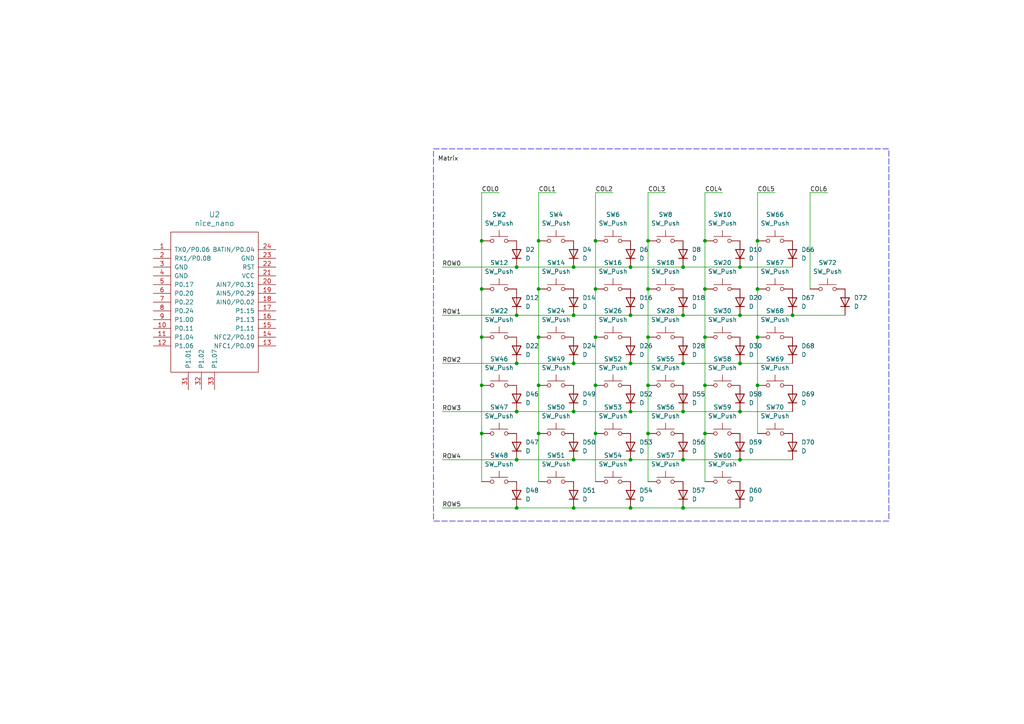
<source format=kicad_sch>
(kicad_sch (version 20250114) (generator "eeschema") (generator_version "9.0")
  (paper "A4")
  (lib_symbols
    (symbol "Device:D" (pin_numbers (hide yes)) (pin_names (offset 1.016) (hide yes))
      (property "Reference" "D" (at 0 2.54 0))
      (property "Value" "D" (at 0 -2.54 0))
      (symbol "D_0_1"
        (polyline (pts (xy -1.27 1.27) (xy -1.27 -1.27)) (stroke (width 0.254)))
        (polyline (pts (xy 1.27 1.27) (xy 1.27 -1.27) (xy -1.27 0) (xy 1.27 1.27)) (stroke (width 0.254)))
        (polyline (pts (xy 1.27 0) (xy -1.27 0)))
      )
      (symbol "D_1_1"
        (pin passive line (at -3.81 0 0) (length 2.54) (name "K") (number "1"))
        (pin passive line (at 3.81 0 180) (length 2.54) (name "A") (number "2"))
      )
    )
    (symbol "Switch:SW_Push" (pin_numbers (hide yes)) (pin_names (offset 1.016) (hide yes))
      (property "Reference" "SW" (at 1.27 2.54 0))
      (property "Value" "SW_Push" (at 0 -1.524 0))
      (symbol "SW_Push_0_1"
        (circle (center -2.032 0) (radius 0.508))
        (polyline (pts (xy 0 1.27) (xy 0 3.048)))
        (circle (center 2.032 0) (radius 0.508))
        (polyline (pts (xy 2.54 1.27) (xy -2.54 1.27)))
        (pin passive line (at -5.08 0 0) (length 2.54) (name "1") (number "1"))
        (pin passive line (at 5.08 0 180) (length 2.54) (name "2") (number "2"))
      )
    )
    (symbol "nice_nano:nice_nano" (pin_names (offset 1.016))
      (property "Reference" "U" (at 0 0 0))
      (property "Value" "nice_nano" (at 0 2.54 0))
      (symbol "nice_nano_0_1"
        (rectangle (start -12.7 -21.59) (end 12.7 19.05))
      )
      (symbol "nice_nano_1_1"
        (pin input line (at -17.78 13.97 0) (length 5.08) (name "TX0/P0.06") (number "1"))
        (pin input line (at -17.78 11.43 0) (length 5.08) (name "RX1/P0.08") (number "2"))
        (pin input line (at -17.78 8.89 0) (length 5.08) (name "GND") (number "3"))
        (pin input line (at -17.78 6.35 0) (length 5.08) (name "GND") (number "4"))
        (pin input line (at -17.78 3.81 0) (length 5.08) (name "P0.17") (number "5"))
        (pin input line (at -17.78 1.27 0) (length 5.08) (name "P0.20") (number "6"))
        (pin input line (at -17.78 -1.27 0) (length 5.08) (name "P0.22") (number "7"))
        (pin input line (at -17.78 -3.81 0) (length 5.08) (name "P0.24") (number "8"))
        (pin input line (at -17.78 -6.35 0) (length 5.08) (name "P1.00") (number "9"))
        (pin input line (at -17.78 -8.89 0) (length 5.08) (name "P0.11") (number "10"))
        (pin input line (at -17.78 -11.43 0) (length 5.08) (name "P1.04") (number "11"))
        (pin input line (at -17.78 -13.97 0) (length 5.08) (name "P1.06") (number "12"))
        (pin input line (at -7.62 -26.67 90) (length 5.08) (name "P1.01") (number "31"))
        (pin input line (at -3.81 -26.67 90) (length 5.08) (name "P1.02") (number "32"))
        (pin input line (at 0 -26.67 90) (length 5.08) (name "P1.07") (number "33"))
        (pin input line (at 17.78 13.97 180) (length 5.08) (name "BATIN/P0.04") (number "24"))
        (pin input line (at 17.78 11.43 180) (length 5.08) (name "GND") (number "23"))
        (pin input line (at 17.78 8.89 180) (length 5.08) (name "RST") (number "22"))
        (pin input line (at 17.78 6.35 180) (length 5.08) (name "VCC") (number "21"))
        (pin input line (at 17.78 3.81 180) (length 5.08) (name "AIN7/P0.31") (number "20"))
        (pin input line (at 17.78 1.27 180) (length 5.08) (name "AIN5/P0.29") (number "19"))
        (pin input line (at 17.78 -1.27 180) (length 5.08) (name "AIN0/P0.02") (number "18"))
        (pin input line (at 17.78 -3.81 180) (length 5.08) (name "P1.15") (number "17"))
        (pin input line (at 17.78 -6.35 180) (length 5.08) (name "P1.13") (number "16"))
        (pin input line (at 17.78 -8.89 180) (length 5.08) (name "P1.11") (number "15"))
        (pin input line (at 17.78 -11.43 180) (length 5.08) (name "NFC2/P0.10") (number "14"))
        (pin input line (at 17.78 -13.97 180) (length 5.08) (name "NFC1/P0.09") (number "13"))
      )
    )
  )
  (rectangle (start 125.73 43.18) (end 257.81 151.13) (stroke (width 0) (type dash)))
  (junction (at 204.47 125.73))
  (junction (at 187.96 111.76))
  (junction (at 166.37 147.32))
  (junction (at 214.63 105.41))
  (junction (at 219.71 83.82))
  (junction (at 166.37 119.38))
  (junction (at 204.47 111.76))
  (junction (at 139.7 83.82))
  (junction (at 156.21 97.79))
  (junction (at 182.88 105.41))
  (junction (at 214.63 133.35))
  (junction (at 219.71 111.76))
  (junction (at 182.88 91.44))
  (junction (at 156.21 125.73))
  (junction (at 149.86 105.41))
  (junction (at 139.7 97.79))
  (junction (at 139.7 125.73))
  (junction (at 214.63 119.38))
  (junction (at 166.37 77.47))
  (junction (at 219.71 69.85))
  (junction (at 139.7 69.85))
  (junction (at 214.63 77.47))
  (junction (at 198.12 105.41))
  (junction (at 149.86 119.38))
  (junction (at 166.37 133.35))
  (junction (at 219.71 97.79))
  (junction (at 156.21 111.76))
  (junction (at 172.72 97.79))
  (junction (at 214.63 91.44))
  (junction (at 187.96 97.79))
  (junction (at 198.12 133.35))
  (junction (at 204.47 83.82))
  (junction (at 139.7 111.76))
  (junction (at 172.72 125.73))
  (junction (at 166.37 91.44))
  (junction (at 172.72 111.76))
  (junction (at 149.86 147.32))
  (junction (at 187.96 125.73))
  (junction (at 149.86 91.44))
  (junction (at 166.37 105.41))
  (junction (at 182.88 147.32))
  (junction (at 187.96 69.85))
  (junction (at 182.88 119.38))
  (junction (at 149.86 133.35))
  (junction (at 198.12 147.32))
  (junction (at 204.47 69.85))
  (junction (at 172.72 83.82))
  (junction (at 149.86 77.47))
  (junction (at 204.47 97.79))
  (junction (at 156.21 69.85))
  (junction (at 198.12 119.38))
  (junction (at 182.88 133.35))
  (junction (at 156.21 83.82))
  (junction (at 172.72 69.85))
  (junction (at 229.87 91.44))
  (junction (at 187.96 83.82))
  (junction (at 198.12 77.47))
  (junction (at 198.12 91.44))
  (junction (at 182.88 77.47))
  (wire (pts (xy 128.27 77.47) (xy 149.86 77.47)))
  (wire (pts (xy 172.72 69.85) (xy 172.72 83.82)))
  (wire (pts (xy 149.86 133.35) (xy 166.37 133.35)))
  (wire (pts (xy 172.72 111.76) (xy 172.72 125.73)))
  (wire (pts (xy 198.12 77.47) (xy 214.63 77.47)))
  (wire (pts (xy 204.47 111.76) (xy 204.47 125.73)))
  (wire (pts (xy 219.71 97.79) (xy 219.71 111.76)))
  (wire (pts (xy 204.47 125.73) (xy 204.47 139.7)))
  (wire (pts (xy 128.27 147.32) (xy 149.86 147.32)))
  (wire (pts (xy 182.88 133.35) (xy 198.12 133.35)))
  (wire (pts (xy 204.47 69.85) (xy 204.47 83.82)))
  (wire (pts (xy 139.7 55.88) (xy 144.78 55.88)))
  (wire (pts (xy 172.72 83.82) (xy 172.72 97.79)))
  (wire (pts (xy 149.86 105.41) (xy 166.37 105.41)))
  (wire (pts (xy 166.37 133.35) (xy 182.88 133.35)))
  (wire (pts (xy 219.71 55.88) (xy 224.79 55.88)))
  (wire (pts (xy 149.86 119.38) (xy 166.37 119.38)))
  (wire (pts (xy 234.95 55.88) (xy 240.03 55.88)))
  (wire (pts (xy 156.21 55.88) (xy 161.29 55.88)))
  (wire (pts (xy 198.12 133.35) (xy 214.63 133.35)))
  (wire (pts (xy 182.88 77.47) (xy 198.12 77.47)))
  (wire (pts (xy 149.86 77.47) (xy 166.37 77.47)))
  (wire (pts (xy 182.88 119.38) (xy 198.12 119.38)))
  (wire (pts (xy 187.96 69.85) (xy 187.96 83.82)))
  (wire (pts (xy 139.7 83.82) (xy 139.7 97.79)))
  (wire (pts (xy 149.86 91.44) (xy 166.37 91.44)))
  (wire (pts (xy 187.96 55.88) (xy 193.04 55.88)))
  (wire (pts (xy 198.12 119.38) (xy 214.63 119.38)))
  (wire (pts (xy 166.37 91.44) (xy 182.88 91.44)))
  (wire (pts (xy 166.37 105.41) (xy 182.88 105.41)))
  (wire (pts (xy 187.96 83.82) (xy 187.96 97.79)))
  (wire (pts (xy 214.63 77.47) (xy 229.87 77.47)))
  (wire (pts (xy 219.71 55.88) (xy 219.71 69.85)))
  (wire (pts (xy 172.72 55.88) (xy 172.72 69.85)))
  (wire (pts (xy 204.47 97.79) (xy 204.47 111.76)))
  (wire (pts (xy 198.12 105.41) (xy 214.63 105.41)))
  (wire (pts (xy 139.7 97.79) (xy 139.7 111.76)))
  (wire (pts (xy 214.63 91.44) (xy 229.87 91.44)))
  (wire (pts (xy 139.7 111.76) (xy 139.7 125.73)))
  (wire (pts (xy 156.21 97.79) (xy 156.21 111.76)))
  (wire (pts (xy 156.21 111.76) (xy 156.21 125.73)))
  (wire (pts (xy 214.63 105.41) (xy 229.87 105.41)))
  (wire (pts (xy 204.47 55.88) (xy 209.55 55.88)))
  (wire (pts (xy 229.87 91.44) (xy 245.11 91.44)))
  (wire (pts (xy 187.96 111.76) (xy 187.96 125.73)))
  (wire (pts (xy 172.72 125.73) (xy 172.72 139.7)))
  (wire (pts (xy 166.37 147.32) (xy 182.88 147.32)))
  (wire (pts (xy 149.86 147.32) (xy 166.37 147.32)))
  (wire (pts (xy 182.88 147.32) (xy 198.12 147.32)))
  (wire (pts (xy 187.96 97.79) (xy 187.96 111.76)))
  (wire (pts (xy 139.7 69.85) (xy 139.7 83.82)))
  (wire (pts (xy 187.96 125.73) (xy 187.96 139.7)))
  (wire (pts (xy 172.72 55.88) (xy 177.8 55.88)))
  (wire (pts (xy 128.27 105.41) (xy 149.86 105.41)))
  (wire (pts (xy 128.27 91.44) (xy 149.86 91.44)))
  (wire (pts (xy 156.21 83.82) (xy 156.21 97.79)))
  (wire (pts (xy 166.37 77.47) (xy 182.88 77.47)))
  (wire (pts (xy 219.71 83.82) (xy 219.71 97.79)))
  (wire (pts (xy 234.95 55.88) (xy 234.95 83.82)))
  (wire (pts (xy 156.21 55.88) (xy 156.21 69.85)))
  (wire (pts (xy 139.7 55.88) (xy 139.7 69.85)))
  (wire (pts (xy 156.21 69.85) (xy 156.21 83.82)))
  (wire (pts (xy 128.27 133.35) (xy 149.86 133.35)))
  (wire (pts (xy 214.63 133.35) (xy 229.87 133.35)))
  (wire (pts (xy 172.72 97.79) (xy 172.72 111.76)))
  (wire (pts (xy 204.47 83.82) (xy 204.47 97.79)))
  (wire (pts (xy 182.88 105.41) (xy 198.12 105.41)))
  (wire (pts (xy 128.27 119.38) (xy 149.86 119.38)))
  (wire (pts (xy 187.96 55.88) (xy 187.96 69.85)))
  (wire (pts (xy 139.7 125.73) (xy 139.7 139.7)))
  (wire (pts (xy 204.47 55.88) (xy 204.47 69.85)))
  (wire (pts (xy 198.12 91.44) (xy 214.63 91.44)))
  (wire (pts (xy 214.63 119.38) (xy 229.87 119.38)))
  (wire (pts (xy 219.71 69.85) (xy 219.71 83.82)))
  (wire (pts (xy 166.37 119.38) (xy 182.88 119.38)))
  (wire (pts (xy 219.71 111.76) (xy 219.71 125.73)))
  (wire (pts (xy 156.21 125.73) (xy 156.21 139.7)))
  (wire (pts (xy 198.12 147.32) (xy 214.63 147.32)))
  (wire (pts (xy 182.88 91.44) (xy 198.12 91.44)))
  (label "COL4" (at 204.47 55.88 0))
  (label "ROW1" (at 128.27 91.44 0))
  (label "COL1" (at 156.21 55.88 0))
  (label "COL0" (at 139.7 55.88 0))
  (label "ROW4" (at 128.27 133.35 0))
  (label "ROW0" (at 128.27 77.47 0))
  (label "Matrix" (at 127 46.99 0))
  (label "ROW2" (at 128.27 105.41 0))
  (label "COL3" (at 187.96 55.88 0))
  (label "COL6" (at 234.95 55.88 0))
  (label "ROW3" (at 128.27 119.38 0))
  (label "COL2" (at 172.72 55.88 0))
  (label "ROW5" (at 128.27 147.32 0))
  (label "COL5" (at 219.71 55.88 0))
  (symbol (lib_id "Switch:SW_Push") (at 224.79 83.82 0) (unit 1)
    (property "Reference" "SW62" (at 224.79 76.2 0))
    (property "Value" "SW_Push" (at 224.79 78.74 0))
    (property "Description" "Push button switch, generic, two pins" (effects (hide yes)))
    (instances (project "SplitKeyboard" (path "" (reference "SW67") (unit 1)) (path "" (reference "SW62") (unit 1))))
  )
  (symbol (lib_id "Switch:SW_Push") (at 209.55 111.76 0) (unit 1)
    (property "Reference" "SW43" (at 209.55 104.14 0))
    (property "Value" "SW_Push" (at 209.55 106.68 0))
    (property "Description" "Push button switch, generic, two pins" (effects (hide yes)))
    (instances (project "SplitKeyboard" (path "" (reference "SW58") (unit 1)) (path "" (reference "SW43") (unit 1))))
  )
  (symbol (lib_id "Switch:SW_Push") (at 224.79 111.76 0) (unit 1)
    (property "Reference" "SW64" (at 224.79 104.14 0))
    (property "Value" "SW_Push" (at 224.79 106.68 0))
    (property "Description" "Push button switch, generic, two pins" (effects (hide yes)))
    (instances (project "SplitKeyboard" (path "" (reference "SW69") (unit 1)) (path "" (reference "SW64") (unit 1))))
  )
  (symbol (lib_id "Device:D") (at 149.86 143.51 90) (unit 1)
    (property "Reference" "D33" (at 152.4 142.2399 90) (effects (justify right)))
    (property "Value" "D" (at 152.4 144.7799 90) (effects (justify right)))
    (property "Description" "Diode" (effects (hide yes)))
    (property "Sim.Device" "D" (effects (hide yes)))
    (property "Sim.Pins" "1=K 2=A" (effects (hide yes)))
    (instances (project "SplitKeyboard" (path "" (reference "D48") (unit 1)) (path "" (reference "D33") (unit 1))))
  )
  (symbol (lib_id "Device:D") (at 166.37 101.6 90) (unit 1)
    (property "Reference" "D23" (at 168.91 100.3299 90) (effects (justify right)))
    (property "Value" "D" (at 168.91 102.8699 90) (effects (justify right)))
    (property "Description" "Diode" (effects (hide yes)))
    (property "Sim.Device" "D" (effects (hide yes)))
    (property "Sim.Pins" "1=K 2=A" (effects (hide yes)))
    (instances (project "SplitKeyboard" (path "" (reference "D24") (unit 1)) (path "" (reference "D23") (unit 1))))
  )
  (symbol (lib_id "Switch:SW_Push") (at 144.78 139.7 0) (unit 1)
    (property "Reference" "SW33" (at 144.78 132.08 0))
    (property "Value" "SW_Push" (at 144.78 134.62 0))
    (property "Description" "Push button switch, generic, two pins" (effects (hide yes)))
    (instances (project "SplitKeyboard" (path "" (reference "SW48") (unit 1)) (path "" (reference "SW33") (unit 1))))
  )
  (symbol (lib_id "Switch:SW_Push") (at 144.78 83.82 0) (unit 1)
    (property "Reference" "SW11" (at 144.78 76.2 0))
    (property "Value" "SW_Push" (at 144.78 78.74 0))
    (property "Description" "Push button switch, generic, two pins" (effects (hide yes)))
    (instances (project "SplitKeyboard" (path "" (reference "SW12") (unit 1)) (path "" (reference "SW11") (unit 1))))
  )
  (symbol (lib_id "Device:D") (at 182.88 129.54 90) (unit 1)
    (property "Reference" "D38" (at 185.42 128.2699 90) (effects (justify right)))
    (property "Value" "D" (at 185.42 130.8099 90) (effects (justify right)))
    (property "Description" "Diode" (effects (hide yes)))
    (property "Sim.Device" "D" (effects (hide yes)))
    (property "Sim.Pins" "1=K 2=A" (effects (hide yes)))
    (instances (project "SplitKeyboard" (path "" (reference "D53") (unit 1)) (path "" (reference "D38") (unit 1))))
  )
  (symbol (lib_id "Device:D") (at 149.86 115.57 90) (unit 1)
    (property "Reference" "D31" (at 152.4 114.2999 90) (effects (justify right)))
    (property "Value" "D" (at 152.4 116.8399 90) (effects (justify right)))
    (property "Description" "Diode" (effects (hide yes)))
    (property "Sim.Device" "D" (effects (hide yes)))
    (property "Sim.Pins" "1=K 2=A" (effects (hide yes)))
    (instances (project "SplitKeyboard" (path "" (reference "D46") (unit 1)) (path "" (reference "D31") (unit 1))))
  )
  (symbol (lib_id "Device:D") (at 182.88 143.51 90) (unit 1)
    (property "Reference" "D39" (at 185.42 142.2399 90) (effects (justify right)))
    (property "Value" "D" (at 185.42 144.7799 90) (effects (justify right)))
    (property "Description" "Diode" (effects (hide yes)))
    (property "Sim.Device" "D" (effects (hide yes)))
    (property "Sim.Pins" "1=K 2=A" (effects (hide yes)))
    (instances (project "SplitKeyboard" (path "" (reference "D54") (unit 1)) (path "" (reference "D39") (unit 1))))
  )
  (symbol (lib_id "Device:D") (at 198.12 73.66 90) (unit 1)
    (property "Reference" "D7" (at 200.66 72.3899 90) (effects (justify right)))
    (property "Value" "D" (at 200.66 74.9299 90) (effects (justify right)))
    (property "Description" "Diode" (effects (hide yes)))
    (property "Sim.Device" "D" (effects (hide yes)))
    (property "Sim.Pins" "1=K 2=A" (effects (hide yes)))
    (instances (project "SplitKeyboard" (path "" (reference "D8") (unit 1)) (path "" (reference "D7") (unit 1))))
  )
  (symbol (lib_id "Device:D") (at 198.12 129.54 90) (unit 1)
    (property "Reference" "D41" (at 200.66 128.2699 90) (effects (justify right)))
    (property "Value" "D" (at 200.66 130.8099 90) (effects (justify right)))
    (property "Description" "Diode" (effects (hide yes)))
    (property "Sim.Device" "D" (effects (hide yes)))
    (property "Sim.Pins" "1=K 2=A" (effects (hide yes)))
    (instances (project "SplitKeyboard" (path "" (reference "D56") (unit 1)) (path "" (reference "D41") (unit 1))))
  )
  (symbol (lib_id "Switch:SW_Push") (at 144.78 97.79 0) (unit 1)
    (property "Reference" "SW21" (at 144.78 90.17 0))
    (property "Value" "SW_Push" (at 144.78 92.71 0))
    (property "Description" "Push button switch, generic, two pins" (effects (hide yes)))
    (instances (project "SplitKeyboard" (path "" (reference "SW22") (unit 1)) (path "" (reference "SW21") (unit 1))))
  )
  (symbol (lib_id "Device:D") (at 198.12 101.6 90) (unit 1)
    (property "Reference" "D27" (at 200.66 100.3299 90) (effects (justify right)))
    (property "Value" "D" (at 200.66 102.8699 90) (effects (justify right)))
    (property "Description" "Diode" (effects (hide yes)))
    (property "Sim.Device" "D" (effects (hide yes)))
    (property "Sim.Pins" "1=K 2=A" (effects (hide yes)))
    (instances (project "SplitKeyboard" (path "" (reference "D28") (unit 1)) (path "" (reference "D27") (unit 1))))
  )
  (symbol (lib_id "Switch:SW_Push") (at 144.78 69.85 0) (unit 1)
    (property "Reference" "SW1" (at 144.78 62.23 0))
    (property "Value" "SW_Push" (at 144.78 64.77 0))
    (property "Description" "Push button switch, generic, two pins" (effects (hide yes)))
    (instances (project "" (path "" (reference "SW2") (unit 1)) (path "" (reference "SW1") (unit 1))))
  )
  (symbol (lib_id "Device:D") (at 229.87 129.54 90) (unit 1)
    (property "Reference" "D65" (at 232.41 128.2699 90) (effects (justify right)))
    (property "Value" "D" (at 232.41 130.8099 90) (effects (justify right)))
    (property "Description" "Diode" (effects (hide yes)))
    (property "Sim.Device" "D" (effects (hide yes)))
    (property "Sim.Pins" "1=K 2=A" (effects (hide yes)))
    (instances (project "SplitKeyboard" (path "" (reference "D70") (unit 1)) (path "" (reference "D65") (unit 1))))
  )
  (symbol (lib_id "Device:D") (at 166.37 115.57 90) (unit 1)
    (property "Reference" "D34" (at 168.91 114.2999 90) (effects (justify right)))
    (property "Value" "D" (at 168.91 116.8399 90) (effects (justify right)))
    (property "Description" "Diode" (effects (hide yes)))
    (property "Sim.Device" "D" (effects (hide yes)))
    (property "Sim.Pins" "1=K 2=A" (effects (hide yes)))
    (instances (project "SplitKeyboard" (path "" (reference "D49") (unit 1)) (path "" (reference "D34") (unit 1))))
  )
  (symbol (lib_id "Device:D") (at 214.63 115.57 90) (unit 1)
    (property "Reference" "D43" (at 217.17 114.2999 90) (effects (justify right)))
    (property "Value" "D" (at 217.17 116.8399 90) (effects (justify right)))
    (property "Description" "Diode" (effects (hide yes)))
    (property "Sim.Device" "D" (effects (hide yes)))
    (property "Sim.Pins" "1=K 2=A" (effects (hide yes)))
    (instances (project "SplitKeyboard" (path "" (reference "D58") (unit 1)) (path "" (reference "D43") (unit 1))))
  )
  (symbol (lib_id "Device:D") (at 149.86 87.63 90) (unit 1)
    (property "Reference" "D11" (at 152.4 86.3599 90) (effects (justify right)))
    (property "Value" "D" (at 152.4 88.8999 90) (effects (justify right)))
    (property "Description" "Diode" (effects (hide yes)))
    (property "Sim.Device" "D" (effects (hide yes)))
    (property "Sim.Pins" "1=K 2=A" (effects (hide yes)))
    (instances (project "SplitKeyboard" (path "" (reference "D12") (unit 1)) (path "" (reference "D11") (unit 1))))
  )
  (symbol (lib_id "Device:D") (at 214.63 143.51 90) (unit 1)
    (property "Reference" "D45" (at 217.17 142.2399 90) (effects (justify right)))
    (property "Value" "D" (at 217.17 144.7799 90) (effects (justify right)))
    (property "Description" "Diode" (effects (hide yes)))
    (property "Sim.Device" "D" (effects (hide yes)))
    (property "Sim.Pins" "1=K 2=A" (effects (hide yes)))
    (instances (project "SplitKeyboard" (path "" (reference "D60") (unit 1)) (path "" (reference "D45") (unit 1))))
  )
  (symbol (lib_id "Switch:SW_Push") (at 177.8 125.73 0) (unit 1)
    (property "Reference" "SW38" (at 177.8 118.11 0))
    (property "Value" "SW_Push" (at 177.8 120.65 0))
    (property "Description" "Push button switch, generic, two pins" (effects (hide yes)))
    (instances (project "SplitKeyboard" (path "" (reference "SW53") (unit 1)) (path "" (reference "SW38") (unit 1))))
  )
  (symbol (lib_id "Device:D") (at 229.87 87.63 90) (unit 1)
    (property "Reference" "D62" (at 232.41 86.3599 90) (effects (justify right)))
    (property "Value" "D" (at 232.41 88.8999 90) (effects (justify right)))
    (property "Description" "Diode" (effects (hide yes)))
    (property "Sim.Device" "D" (effects (hide yes)))
    (property "Sim.Pins" "1=K 2=A" (effects (hide yes)))
    (instances (project "SplitKeyboard" (path "" (reference "D67") (unit 1)) (path "" (reference "D62") (unit 1))))
  )
  (symbol (lib_id "Switch:SW_Push") (at 161.29 139.7 0) (unit 1)
    (property "Reference" "SW36" (at 161.29 132.08 0))
    (property "Value" "SW_Push" (at 161.29 134.62 0))
    (property "Description" "Push button switch, generic, two pins" (effects (hide yes)))
    (instances (project "SplitKeyboard" (path "" (reference "SW51") (unit 1)) (path "" (reference "SW36") (unit 1))))
  )
  (symbol (lib_id "Switch:SW_Push") (at 177.8 97.79 0) (unit 1)
    (property "Reference" "SW25" (at 177.8 90.17 0))
    (property "Value" "SW_Push" (at 177.8 92.71 0))
    (property "Description" "Push button switch, generic, two pins" (effects (hide yes)))
    (instances (project "SplitKeyboard" (path "" (reference "SW26") (unit 1)) (path "" (reference "SW25") (unit 1))))
  )
  (symbol (lib_id "Device:D") (at 198.12 143.51 90) (unit 1)
    (property "Reference" "D42" (at 200.66 142.2399 90) (effects (justify right)))
    (property "Value" "D" (at 200.66 144.7799 90) (effects (justify right)))
    (property "Description" "Diode" (effects (hide yes)))
    (property "Sim.Device" "D" (effects (hide yes)))
    (property "Sim.Pins" "1=K 2=A" (effects (hide yes)))
    (instances (project "SplitKeyboard" (path "" (reference "D57") (unit 1)) (path "" (reference "D42") (unit 1))))
  )
  (symbol (lib_id "Device:D") (at 166.37 129.54 90) (unit 1)
    (property "Reference" "D35" (at 168.91 128.2699 90) (effects (justify right)))
    (property "Value" "D" (at 168.91 130.8099 90) (effects (justify right)))
    (property "Description" "Diode" (effects (hide yes)))
    (property "Sim.Device" "D" (effects (hide yes)))
    (property "Sim.Pins" "1=K 2=A" (effects (hide yes)))
    (instances (project "SplitKeyboard" (path "" (reference "D50") (unit 1)) (path "" (reference "D35") (unit 1))))
  )
  (symbol (lib_id "Device:D") (at 182.88 115.57 90) (unit 1)
    (property "Reference" "D37" (at 185.42 114.2999 90) (effects (justify right)))
    (property "Value" "D" (at 185.42 116.8399 90) (effects (justify right)))
    (property "Description" "Diode" (effects (hide yes)))
    (property "Sim.Device" "D" (effects (hide yes)))
    (property "Sim.Pins" "1=K 2=A" (effects (hide yes)))
    (instances (project "SplitKeyboard" (path "" (reference "D52") (unit 1)) (path "" (reference "D37") (unit 1))))
  )
  (symbol (lib_id "Switch:SW_Push") (at 177.8 83.82 0) (unit 1)
    (property "Reference" "SW15" (at 177.8 76.2 0))
    (property "Value" "SW_Push" (at 177.8 78.74 0))
    (property "Description" "Push button switch, generic, two pins" (effects (hide yes)))
    (instances (project "SplitKeyboard" (path "" (reference "SW16") (unit 1)) (path "" (reference "SW15") (unit 1))))
  )
  (symbol (lib_id "Switch:SW_Push") (at 240.03 83.82 0) (unit 1)
    (property "Reference" "SW71" (at 240.03 76.2 0))
    (property "Value" "SW_Push" (at 240.03 78.74 0))
    (property "Description" "Push button switch, generic, two pins" (effects (hide yes)))
    (instances (project "SplitKeyboard" (path "" (reference "SW72") (unit 1)) (path "" (reference "SW71") (unit 1))))
  )
  (symbol (lib_id "Device:D") (at 198.12 87.63 90) (unit 1)
    (property "Reference" "D17" (at 200.66 86.3599 90) (effects (justify right)))
    (property "Value" "D" (at 200.66 88.8999 90) (effects (justify right)))
    (property "Description" "Diode" (effects (hide yes)))
    (property "Sim.Device" "D" (effects (hide yes)))
    (property "Sim.Pins" "1=K 2=A" (effects (hide yes)))
    (instances (project "SplitKeyboard" (path "" (reference "D18") (unit 1)) (path "" (reference "D17") (unit 1))))
  )
  (symbol (lib_id "Switch:SW_Push") (at 161.29 83.82 0) (unit 1)
    (property "Reference" "SW13" (at 161.29 76.2 0))
    (property "Value" "SW_Push" (at 161.29 78.74 0))
    (property "Description" "Push button switch, generic, two pins" (effects (hide yes)))
    (instances (project "SplitKeyboard" (path "" (reference "SW14") (unit 1)) (path "" (reference "SW13") (unit 1))))
  )
  (symbol (lib_id "Switch:SW_Push") (at 177.8 111.76 0) (unit 1)
    (property "Reference" "SW37" (at 177.8 104.14 0))
    (property "Value" "SW_Push" (at 177.8 106.68 0))
    (property "Description" "Push button switch, generic, two pins" (effects (hide yes)))
    (instances (project "SplitKeyboard" (path "" (reference "SW52") (unit 1)) (path "" (reference "SW37") (unit 1))))
  )
  (symbol (lib_id "Switch:SW_Push") (at 193.04 125.73 0) (unit 1)
    (property "Reference" "SW41" (at 193.04 118.11 0))
    (property "Value" "SW_Push" (at 193.04 120.65 0))
    (property "Description" "Push button switch, generic, two pins" (effects (hide yes)))
    (instances (project "SplitKeyboard" (path "" (reference "SW56") (unit 1)) (path "" (reference "SW41") (unit 1))))
  )
  (symbol (lib_id "Device:D") (at 149.86 129.54 90) (unit 1)
    (property "Reference" "D32" (at 152.4 128.2699 90) (effects (justify right)))
    (property "Value" "D" (at 152.4 130.8099 90) (effects (justify right)))
    (property "Description" "Diode" (effects (hide yes)))
    (property "Sim.Device" "D" (effects (hide yes)))
    (property "Sim.Pins" "1=K 2=A" (effects (hide yes)))
    (instances (project "SplitKeyboard" (path "" (reference "D47") (unit 1)) (path "" (reference "D32") (unit 1))))
  )
  (symbol (lib_id "Device:D") (at 166.37 87.63 90) (unit 1)
    (property "Reference" "D13" (at 168.91 86.3599 90) (effects (justify right)))
    (property "Value" "D" (at 168.91 88.8999 90) (effects (justify right)))
    (property "Description" "Diode" (effects (hide yes)))
    (property "Sim.Device" "D" (effects (hide yes)))
    (property "Sim.Pins" "1=K 2=A" (effects (hide yes)))
    (instances (project "SplitKeyboard" (path "" (reference "D14") (unit 1)) (path "" (reference "D13") (unit 1))))
  )
  (symbol (lib_id "Switch:SW_Push") (at 224.79 97.79 0) (unit 1)
    (property "Reference" "SW63" (at 224.79 90.17 0))
    (property "Value" "SW_Push" (at 224.79 92.71 0))
    (property "Description" "Push button switch, generic, two pins" (effects (hide yes)))
    (instances (project "SplitKeyboard" (path "" (reference "SW68") (unit 1)) (path "" (reference "SW63") (unit 1))))
  )
  (symbol (lib_id "Switch:SW_Push") (at 161.29 69.85 0) (unit 1)
    (property "Reference" "SW3" (at 161.29 62.23 0))
    (property "Value" "SW_Push" (at 161.29 64.77 0))
    (property "Description" "Push button switch, generic, two pins" (effects (hide yes)))
    (instances (project "SplitKeyboard" (path "" (reference "SW4") (unit 1)) (path "" (reference "SW3") (unit 1))))
  )
  (symbol (lib_id "Switch:SW_Push") (at 177.8 139.7 0) (unit 1)
    (property "Reference" "SW39" (at 177.8 132.08 0))
    (property "Value" "SW_Push" (at 177.8 134.62 0))
    (property "Description" "Push button switch, generic, two pins" (effects (hide yes)))
    (instances (project "SplitKeyboard" (path "" (reference "SW54") (unit 1)) (path "" (reference "SW39") (unit 1))))
  )
  (symbol (lib_id "Device:D") (at 166.37 143.51 90) (unit 1)
    (property "Reference" "D36" (at 168.91 142.2399 90) (effects (justify right)))
    (property "Value" "D" (at 168.91 144.7799 90) (effects (justify right)))
    (property "Description" "Diode" (effects (hide yes)))
    (property "Sim.Device" "D" (effects (hide yes)))
    (property "Sim.Pins" "1=K 2=A" (effects (hide yes)))
    (instances (project "SplitKeyboard" (path "" (reference "D51") (unit 1)) (path "" (reference "D36") (unit 1))))
  )
  (symbol (lib_id "Switch:SW_Push") (at 209.55 139.7 0) (unit 1)
    (property "Reference" "SW45" (at 209.55 132.08 0))
    (property "Value" "SW_Push" (at 209.55 134.62 0))
    (property "Description" "Push button switch, generic, two pins" (effects (hide yes)))
    (instances (project "SplitKeyboard" (path "" (reference "SW60") (unit 1)) (path "" (reference "SW45") (unit 1))))
  )
  (symbol (lib_id "Device:D") (at 214.63 129.54 90) (unit 1)
    (property "Reference" "D44" (at 217.17 128.2699 90) (effects (justify right)))
    (property "Value" "D" (at 217.17 130.8099 90) (effects (justify right)))
    (property "Description" "Diode" (effects (hide yes)))
    (property "Sim.Device" "D" (effects (hide yes)))
    (property "Sim.Pins" "1=K 2=A" (effects (hide yes)))
    (instances (project "SplitKeyboard" (path "" (reference "D59") (unit 1)) (path "" (reference "D44") (unit 1))))
  )
  (symbol (lib_id "Switch:SW_Push") (at 224.79 69.85 0) (unit 1)
    (property "Reference" "SW61" (at 224.79 62.23 0))
    (property "Value" "SW_Push" (at 224.79 64.77 0))
    (property "Description" "Push button switch, generic, two pins" (effects (hide yes)))
    (instances (project "SplitKeyboard" (path "" (reference "SW66") (unit 1)) (path "" (reference "SW61") (unit 1))))
  )
  (symbol (lib_id "Device:D") (at 198.12 115.57 90) (unit 1)
    (property "Reference" "D40" (at 200.66 114.2999 90) (effects (justify right)))
    (property "Value" "D" (at 200.66 116.8399 90) (effects (justify right)))
    (property "Description" "Diode" (effects (hide yes)))
    (property "Sim.Device" "D" (effects (hide yes)))
    (property "Sim.Pins" "1=K 2=A" (effects (hide yes)))
    (instances (project "SplitKeyboard" (path "" (reference "D55") (unit 1)) (path "" (reference "D40") (unit 1))))
  )
  (symbol (lib_id "Switch:SW_Push") (at 209.55 83.82 0) (unit 1)
    (property "Reference" "SW19" (at 209.55 76.2 0))
    (property "Value" "SW_Push" (at 209.55 78.74 0))
    (property "Description" "Push button switch, generic, two pins" (effects (hide yes)))
    (instances (project "SplitKeyboard" (path "" (reference "SW20") (unit 1)) (path "" (reference "SW19") (unit 1))))
  )
  (symbol (lib_id "Device:D") (at 229.87 73.66 90) (unit 1)
    (property "Reference" "D61" (at 232.41 72.3899 90) (effects (justify right)))
    (property "Value" "D" (at 232.41 74.9299 90) (effects (justify right)))
    (property "Description" "Diode" (effects (hide yes)))
    (property "Sim.Device" "D" (effects (hide yes)))
    (property "Sim.Pins" "1=K 2=A" (effects (hide yes)))
    (instances (project "SplitKeyboard" (path "" (reference "D66") (unit 1)) (path "" (reference "D61") (unit 1))))
  )
  (symbol (lib_id "Device:D") (at 182.88 73.66 90) (unit 1)
    (property "Reference" "D5" (at 185.42 72.3899 90) (effects (justify right)))
    (property "Value" "D" (at 185.42 74.9299 90) (effects (justify right)))
    (property "Description" "Diode" (effects (hide yes)))
    (property "Sim.Device" "D" (effects (hide yes)))
    (property "Sim.Pins" "1=K 2=A" (effects (hide yes)))
    (instances (project "SplitKeyboard" (path "" (reference "D6") (unit 1)) (path "" (reference "D5") (unit 1))))
  )
  (symbol (lib_id "Device:D") (at 166.37 73.66 90) (unit 1)
    (property "Reference" "D3" (at 168.91 72.3899 90) (effects (justify right)))
    (property "Value" "D" (at 168.91 74.9299 90) (effects (justify right)))
    (property "Description" "Diode" (effects (hide yes)))
    (property "Sim.Device" "D" (effects (hide yes)))
    (property "Sim.Pins" "1=K 2=A" (effects (hide yes)))
    (instances (project "SplitKeyboard" (path "" (reference "D4") (unit 1)) (path "" (reference "D3") (unit 1))))
  )
  (symbol (lib_id "Switch:SW_Push") (at 209.55 69.85 0) (unit 1)
    (property "Reference" "SW9" (at 209.55 62.23 0))
    (property "Value" "SW_Push" (at 209.55 64.77 0))
    (property "Description" "Push button switch, generic, two pins" (effects (hide yes)))
    (instances (project "SplitKeyboard" (path "" (reference "SW10") (unit 1)) (path "" (reference "SW9") (unit 1))))
  )
  (symbol (lib_id "Switch:SW_Push") (at 193.04 139.7 0) (unit 1)
    (property "Reference" "SW42" (at 193.04 132.08 0))
    (property "Value" "SW_Push" (at 193.04 134.62 0))
    (property "Description" "Push button switch, generic, two pins" (effects (hide yes)))
    (instances (project "SplitKeyboard" (path "" (reference "SW57") (unit 1)) (path "" (reference "SW42") (unit 1))))
  )
  (symbol (lib_id "Switch:SW_Push") (at 193.04 97.79 0) (unit 1)
    (property "Reference" "SW27" (at 193.04 90.17 0))
    (property "Value" "SW_Push" (at 193.04 92.71 0))
    (property "Description" "Push button switch, generic, two pins" (effects (hide yes)))
    (instances (project "SplitKeyboard" (path "" (reference "SW28") (unit 1)) (path "" (reference "SW27") (unit 1))))
  )
  (symbol (lib_id "Switch:SW_Push") (at 144.78 111.76 0) (unit 1)
    (property "Reference" "SW31" (at 144.78 104.14 0))
    (property "Value" "SW_Push" (at 144.78 106.68 0))
    (property "Description" "Push button switch, generic, two pins" (effects (hide yes)))
    (instances (project "SplitKeyboard" (path "" (reference "SW46") (unit 1)) (path "" (reference "SW31") (unit 1))))
  )
  (symbol (lib_id "Device:D") (at 182.88 101.6 90) (unit 1)
    (property "Reference" "D25" (at 185.42 100.3299 90) (effects (justify right)))
    (property "Value" "D" (at 185.42 102.8699 90) (effects (justify right)))
    (property "Description" "Diode" (effects (hide yes)))
    (property "Sim.Device" "D" (effects (hide yes)))
    (property "Sim.Pins" "1=K 2=A" (effects (hide yes)))
    (instances (project "SplitKeyboard" (path "" (reference "D26") (unit 1)) (path "" (reference "D25") (unit 1))))
  )
  (symbol (lib_id "Device:D") (at 229.87 115.57 90) (unit 1)
    (property "Reference" "D64" (at 232.41 114.2999 90) (effects (justify right)))
    (property "Value" "D" (at 232.41 116.8399 90) (effects (justify right)))
    (property "Description" "Diode" (effects (hide yes)))
    (property "Sim.Device" "D" (effects (hide yes)))
    (property "Sim.Pins" "1=K 2=A" (effects (hide yes)))
    (instances (project "SplitKeyboard" (path "" (reference "D69") (unit 1)) (path "" (reference "D64") (unit 1))))
  )
  (symbol (lib_id "nice_nano:nice_nano") (at 62.23 86.36 0) (unit 1)
    (property "Reference" "U1" (at 62.23 62.23 0) (effects (font (size 1.524 1.524))))
    (property "Value" "nice_nano" (at 62.23 64.77 0) (effects (font (size 1.524 1.524))))
    (instances (project "" (path "" (reference "U2") (unit 1)) (path "" (reference "U1") (unit 1))))
  )
  (symbol (lib_id "Switch:SW_Push") (at 193.04 69.85 0) (unit 1)
    (property "Reference" "SW7" (at 193.04 62.23 0))
    (property "Value" "SW_Push" (at 193.04 64.77 0))
    (property "Description" "Push button switch, generic, two pins" (effects (hide yes)))
    (instances (project "SplitKeyboard" (path "" (reference "SW8") (unit 1)) (path "" (reference "SW7") (unit 1))))
  )
  (symbol (lib_id "Device:D") (at 229.87 101.6 90) (unit 1)
    (property "Reference" "D63" (at 232.41 100.3299 90) (effects (justify right)))
    (property "Value" "D" (at 232.41 102.8699 90) (effects (justify right)))
    (property "Description" "Diode" (effects (hide yes)))
    (property "Sim.Device" "D" (effects (hide yes)))
    (property "Sim.Pins" "1=K 2=A" (effects (hide yes)))
    (instances (project "SplitKeyboard" (path "" (reference "D68") (unit 1)) (path "" (reference "D63") (unit 1))))
  )
  (symbol (lib_id "Switch:SW_Push") (at 193.04 83.82 0) (unit 1)
    (property "Reference" "SW17" (at 193.04 76.2 0))
    (property "Value" "SW_Push" (at 193.04 78.74 0))
    (property "Description" "Push button switch, generic, two pins" (effects (hide yes)))
    (instances (project "SplitKeyboard" (path "" (reference "SW18") (unit 1)) (path "" (reference "SW17") (unit 1))))
  )
  (symbol (lib_id "Device:D") (at 182.88 87.63 90) (unit 1)
    (property "Reference" "D15" (at 185.42 86.3599 90) (effects (justify right)))
    (property "Value" "D" (at 185.42 88.8999 90) (effects (justify right)))
    (property "Description" "Diode" (effects (hide yes)))
    (property "Sim.Device" "D" (effects (hide yes)))
    (property "Sim.Pins" "1=K 2=A" (effects (hide yes)))
    (instances (project "SplitKeyboard" (path "" (reference "D16") (unit 1)) (path "" (reference "D15") (unit 1))))
  )
  (symbol (lib_id "Switch:SW_Push") (at 224.79 125.73 0) (unit 1)
    (property "Reference" "SW65" (at 224.79 118.11 0))
    (property "Value" "SW_Push" (at 224.79 120.65 0))
    (property "Description" "Push button switch, generic, two pins" (effects (hide yes)))
    (instances (project "SplitKeyboard" (path "" (reference "SW70") (unit 1)) (path "" (reference "SW65") (unit 1))))
  )
  (symbol (lib_id "Switch:SW_Push") (at 209.55 97.79 0) (unit 1)
    (property "Reference" "SW29" (at 209.55 90.17 0))
    (property "Value" "SW_Push" (at 209.55 92.71 0))
    (property "Description" "Push button switch, generic, two pins" (effects (hide yes)))
    (instances (project "SplitKeyboard" (path "" (reference "SW30") (unit 1)) (path "" (reference "SW29") (unit 1))))
  )
  (symbol (lib_id "Switch:SW_Push") (at 161.29 97.79 0) (unit 1)
    (property "Reference" "SW23" (at 161.29 90.17 0))
    (property "Value" "SW_Push" (at 161.29 92.71 0))
    (property "Description" "Push button switch, generic, two pins" (effects (hide yes)))
    (instances (project "SplitKeyboard" (path "" (reference "SW24") (unit 1)) (path "" (reference "SW23") (unit 1))))
  )
  (symbol (lib_id "Device:D") (at 214.63 73.66 90) (unit 1)
    (property "Reference" "D9" (at 217.17 72.3899 90) (effects (justify right)))
    (property "Value" "D" (at 217.17 74.9299 90) (effects (justify right)))
    (property "Description" "Diode" (effects (hide yes)))
    (property "Sim.Device" "D" (effects (hide yes)))
    (property "Sim.Pins" "1=K 2=A" (effects (hide yes)))
    (instances (project "SplitKeyboard" (path "" (reference "D10") (unit 1)) (path "" (reference "D9") (unit 1))))
  )
  (symbol (lib_id "Device:D") (at 149.86 73.66 90) (unit 1)
    (property "Reference" "D1" (at 152.4 72.3899 90) (effects (justify right)))
    (property "Value" "D" (at 152.4 74.9299 90) (effects (justify right)))
    (property "Description" "Diode" (effects (hide yes)))
    (property "Sim.Device" "D" (effects (hide yes)))
    (property "Sim.Pins" "1=K 2=A" (effects (hide yes)))
    (instances (project "" (path "" (reference "D2") (unit 1)) (path "" (reference "D1") (unit 1))))
  )
  (symbol (lib_id "Switch:SW_Push") (at 161.29 111.76 0) (unit 1)
    (property "Reference" "SW34" (at 161.29 104.14 0))
    (property "Value" "SW_Push" (at 161.29 106.68 0))
    (property "Description" "Push button switch, generic, two pins" (effects (hide yes)))
    (instances (project "SplitKeyboard" (path "" (reference "SW49") (unit 1)) (path "" (reference "SW34") (unit 1))))
  )
  (symbol (lib_id "Switch:SW_Push") (at 193.04 111.76 0) (unit 1)
    (property "Reference" "SW40" (at 193.04 104.14 0))
    (property "Value" "SW_Push" (at 193.04 106.68 0))
    (property "Description" "Push button switch, generic, two pins" (effects (hide yes)))
    (instances (project "SplitKeyboard" (path "" (reference "SW55") (unit 1)) (path "" (reference "SW40") (unit 1))))
  )
  (symbol (lib_id "Switch:SW_Push") (at 209.55 125.73 0) (unit 1)
    (property "Reference" "SW44" (at 209.55 118.11 0))
    (property "Value" "SW_Push" (at 209.55 120.65 0))
    (property "Description" "Push button switch, generic, two pins" (effects (hide yes)))
    (instances (project "SplitKeyboard" (path "" (reference "SW59") (unit 1)) (path "" (reference "SW44") (unit 1))))
  )
  (symbol (lib_id "Device:D") (at 149.86 101.6 90) (unit 1)
    (property "Reference" "D21" (at 152.4 100.3299 90) (effects (justify right)))
    (property "Value" "D" (at 152.4 102.8699 90) (effects (justify right)))
    (property "Description" "Diode" (effects (hide yes)))
    (property "Sim.Device" "D" (effects (hide yes)))
    (property "Sim.Pins" "1=K 2=A" (effects (hide yes)))
    (instances (project "SplitKeyboard" (path "" (reference "D22") (unit 1)) (path "" (reference "D21") (unit 1))))
  )
  (symbol (lib_id "Device:D") (at 245.11 87.63 90) (unit 1)
    (property "Reference" "D71" (at 247.65 86.3599 90) (effects (justify right)))
    (property "Value" "D" (at 247.65 88.8999 90) (effects (justify right)))
    (property "Description" "Diode" (effects (hide yes)))
    (property "Sim.Device" "D" (effects (hide yes)))
    (property "Sim.Pins" "1=K 2=A" (effects (hide yes)))
    (instances (project "SplitKeyboard" (path "" (reference "D72") (unit 1)) (path "" (reference "D71") (unit 1))))
  )
  (symbol (lib_id "Device:D") (at 214.63 87.63 90) (unit 1)
    (property "Reference" "D19" (at 217.17 86.3599 90) (effects (justify right)))
    (property "Value" "D" (at 217.17 88.8999 90) (effects (justify right)))
    (property "Description" "Diode" (effects (hide yes)))
    (property "Sim.Device" "D" (effects (hide yes)))
    (property "Sim.Pins" "1=K 2=A" (effects (hide yes)))
    (instances (project "SplitKeyboard" (path "" (reference "D20") (unit 1)) (path "" (reference "D19") (unit 1))))
  )
  (symbol (lib_id "Switch:SW_Push") (at 177.8 69.85 0) (unit 1)
    (property "Reference" "SW5" (at 177.8 62.23 0))
    (property "Value" "SW_Push" (at 177.8 64.77 0))
    (property "Description" "Push button switch, generic, two pins" (effects (hide yes)))
    (instances (project "SplitKeyboard" (path "" (reference "SW6") (unit 1)) (path "" (reference "SW5") (unit 1))))
  )
  (symbol (lib_id "Switch:SW_Push") (at 161.29 125.73 0) (unit 1)
    (property "Reference" "SW35" (at 161.29 118.11 0))
    (property "Value" "SW_Push" (at 161.29 120.65 0))
    (property "Description" "Push button switch, generic, two pins" (effects (hide yes)))
    (instances (project "SplitKeyboard" (path "" (reference "SW50") (unit 1)) (path "" (reference "SW35") (unit 1))))
  )
  (symbol (lib_id "Switch:SW_Push") (at 144.78 125.73 0) (unit 1)
    (property "Reference" "SW32" (at 144.78 118.11 0))
    (property "Value" "SW_Push" (at 144.78 120.65 0))
    (property "Description" "Push button switch, generic, two pins" (effects (hide yes)))
    (instances (project "SplitKeyboard" (path "" (reference "SW47") (unit 1)) (path "" (reference "SW32") (unit 1))))
  )
  (symbol (lib_id "Device:D") (at 214.63 101.6 90) (unit 1)
    (property "Reference" "D29" (at 217.17 100.3299 90) (effects (justify right)))
    (property "Value" "D" (at 217.17 102.8699 90) (effects (justify right)))
    (property "Description" "Diode" (effects (hide yes)))
    (property "Sim.Device" "D" (effects (hide yes)))
    (property "Sim.Pins" "1=K 2=A" (effects (hide yes)))
    (instances (project "SplitKeyboard" (path "" (reference "D30") (unit 1)) (path "" (reference "D29") (unit 1))))
  )
)
</source>
